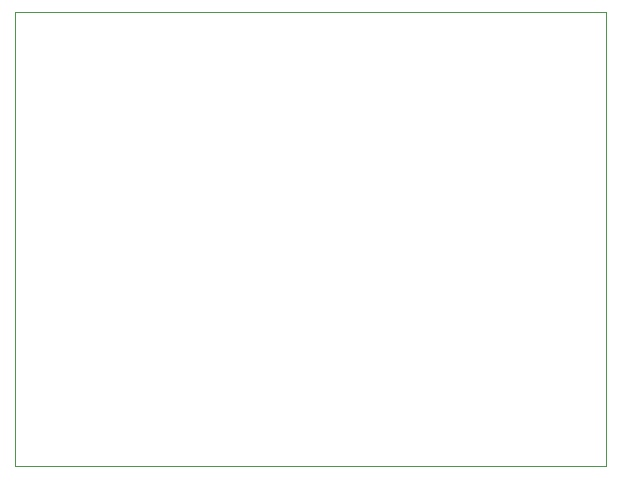
<source format=gbr>
%TF.GenerationSoftware,KiCad,Pcbnew,(5.1.10)-1*%
%TF.CreationDate,2021-08-14T12:20:45-07:00*%
%TF.ProjectId,EmitterDriverV2,456d6974-7465-4724-9472-697665725632,rev?*%
%TF.SameCoordinates,Original*%
%TF.FileFunction,Profile,NP*%
%FSLAX46Y46*%
G04 Gerber Fmt 4.6, Leading zero omitted, Abs format (unit mm)*
G04 Created by KiCad (PCBNEW (5.1.10)-1) date 2021-08-14 12:20:45*
%MOMM*%
%LPD*%
G01*
G04 APERTURE LIST*
%TA.AperFunction,Profile*%
%ADD10C,0.050000*%
%TD*%
G04 APERTURE END LIST*
D10*
X30000000Y-78500000D02*
X30000000Y-40000000D01*
X80000000Y-40000000D02*
X80000000Y-78500000D01*
X80000000Y-40000000D02*
X30000000Y-40000000D01*
X30000000Y-78500000D02*
X80000000Y-78500000D01*
M02*

</source>
